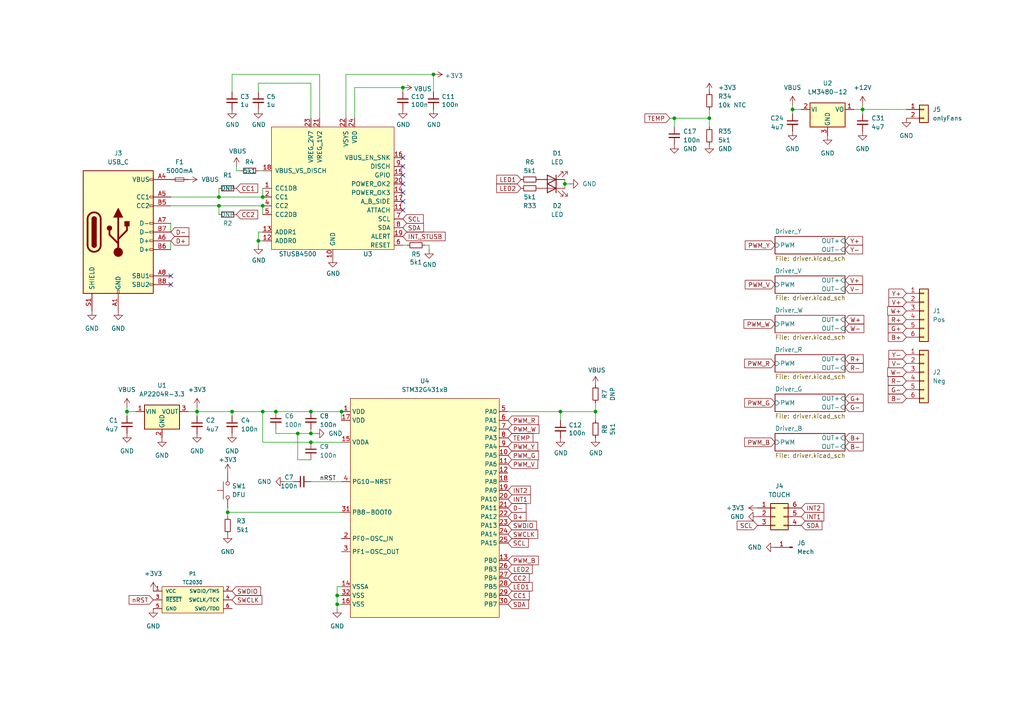
<source format=kicad_sch>
(kicad_sch (version 20230121) (generator eeschema)
  (paper "A4")
  (lib_symbols
    (symbol "Connector:Conn_01x01_Pin" (pin_names (offset 1.016) hide)
      (property "Reference" "J" (at 0 2.54 0))
      (property "Value" "Conn_01x01_Pin" (at 0 -2.54 0))
      (symbol "Conn_01x01_Pin_1_1"
        (polyline (pts (xy 1.27 0) (xy 0.8636 0)) (stroke (width 0.1524)))
        (rectangle (start 0.8636 0.127) (end 0 -0.127) (stroke (width 0.1524)) (fill (type outline)))
        (pin passive line (at 5.08 0 180) (length 3.81) (name "Pin_1") (number "1"))
      )
    )
    (symbol "Connector:USB_C_Receptacle_USB2.0" (pin_names (offset 1.016))
      (property "Reference" "J" (at -10.16 19.05 0))
      (property "Value" "USB_C_Receptacle_USB2.0" (at 19.05 19.05 0))
      (symbol "USB_C_Receptacle_USB2.0_0_0"
        (rectangle (start -0.254 -17.78) (end 0.254 -16.764))
        (rectangle (start 10.16 -14.986) (end 9.144 -15.494))
        (rectangle (start 10.16 -12.446) (end 9.144 -12.954))
        (rectangle (start 10.16 -4.826) (end 9.144 -5.334))
        (rectangle (start 10.16 -2.286) (end 9.144 -2.794))
        (rectangle (start 10.16 0.254) (end 9.144 -0.254))
        (rectangle (start 10.16 2.794) (end 9.144 2.286))
        (rectangle (start 10.16 7.874) (end 9.144 7.366))
        (rectangle (start 10.16 10.414) (end 9.144 9.906))
        (rectangle (start 10.16 15.494) (end 9.144 14.986))
      )
      (symbol "USB_C_Receptacle_USB2.0_0_1"
        (rectangle (start -10.16 17.78) (end 10.16 -17.78) (stroke (width 0.254)) (fill (type background)))
        (arc (start -8.89 -3.81) (mid -6.985 -5.7067) (end -5.08 -3.81) (stroke (width 0.508)))
        (arc (start -7.62 -3.81) (mid -6.985 -4.4423) (end -6.35 -3.81) (stroke (width 0.254)))
        (arc (start -7.62 -3.81) (mid -6.985 -4.4423) (end -6.35 -3.81) (stroke (width 0.254)) (fill (type outline)))
        (rectangle (start -7.62 -3.81) (end -6.35 3.81) (stroke (width 0.254)) (fill (type outline)))
        (arc (start -6.35 3.81) (mid -6.985 4.4423) (end -7.62 3.81) (stroke (width 0.254)))
        (arc (start -6.35 3.81) (mid -6.985 4.4423) (end -7.62 3.81) (stroke (width 0.254)) (fill (type outline)))
        (arc (start -5.08 3.81) (mid -6.985 5.7067) (end -8.89 3.81) (stroke (width 0.508)))
        (circle (center -2.54 1.143) (radius 0.635) (stroke (width 0.254)) (fill (type outline)))
        (circle (center 0 -5.842) (radius 1.27) (fill (type outline)))
        (polyline (pts (xy -8.89 -3.81) (xy -8.89 3.81)) (stroke (width 0.508)))
        (polyline (pts (xy -5.08 3.81) (xy -5.08 -3.81)) (stroke (width 0.508)))
        (polyline (pts (xy 0 -5.842) (xy 0 4.318)) (stroke (width 0.508)))
        (polyline (pts (xy 0 -3.302) (xy -2.54 -0.762) (xy -2.54 0.508)) (stroke (width 0.508)))
        (polyline (pts (xy 0 -2.032) (xy 2.54 0.508) (xy 2.54 1.778)) (stroke (width 0.508)))
        (polyline (pts (xy -1.27 4.318) (xy 0 6.858) (xy 1.27 4.318) (xy -1.27 4.318)) (stroke (width 0.254)) (fill (type outline)))
        (rectangle (start 1.905 1.778) (end 3.175 3.048) (stroke (width 0.254)) (fill (type outline)))
      )
      (symbol "USB_C_Receptacle_USB2.0_1_1"
        (pin passive line (at 0 -22.86 90) (length 5.08) (name "GND") (number "A1"))
        (pin passive line (at 0 -22.86 90) (length 5.08) hide (name "GND") (number "A12"))
        (pin passive line (at 15.24 15.24 180) (length 5.08) (name "VBUS") (number "A4"))
        (pin bidirectional line (at 15.24 10.16 180) (length 5.08) (name "CC1") (number "A5"))
        (pin bidirectional line (at 15.24 -2.54 180) (length 5.08) (name "D+") (number "A6"))
        (pin bidirectional line (at 15.24 2.54 180) (length 5.08) (name "D-") (number "A7"))
        (pin bidirectional line (at 15.24 -12.7 180) (length 5.08) (name "SBU1") (number "A8"))
        (pin passive line (at 15.24 15.24 180) (length 5.08) hide (name "VBUS") (number "A9"))
        (pin passive line (at 0 -22.86 90) (length 5.08) hide (name "GND") (number "B1"))
        (pin passive line (at 0 -22.86 90) (length 5.08) hide (name "GND") (number "B12"))
        (pin passive line (at 15.24 15.24 180) (length 5.08) hide (name "VBUS") (number "B4"))
        (pin bidirectional line (at 15.24 7.62 180) (length 5.08) (name "CC2") (number "B5"))
        (pin bidirectional line (at 15.24 -5.08 180) (length 5.08) (name "D+") (number "B6"))
        (pin bidirectional line (at 15.24 0 180) (length 5.08) (name "D-") (number "B7"))
        (pin bidirectional line (at 15.24 -15.24 180) (length 5.08) (name "SBU2") (number "B8"))
        (pin passive line (at 15.24 15.24 180) (length 5.08) hide (name "VBUS") (number "B9"))
        (pin passive line (at -7.62 -22.86 90) (length 5.08) (name "SHIELD") (number "S1"))
      )
    )
    (symbol "Connector_Generic:Conn_01x02" (pin_names (offset 1.016) hide)
      (property "Reference" "J" (at 0 2.54 0))
      (property "Value" "Conn_01x02" (at 0 -5.08 0))
      (symbol "Conn_01x02_1_1"
        (rectangle (start -1.27 -2.413) (end 0 -2.667) (stroke (width 0.1524)))
        (rectangle (start -1.27 0.127) (end 0 -0.127) (stroke (width 0.1524)))
        (rectangle (start -1.27 1.27) (end 1.27 -3.81) (stroke (width 0.254)) (fill (type background)))
        (pin passive line (at -5.08 0 0) (length 3.81) (name "Pin_1") (number "1"))
        (pin passive line (at -5.08 -2.54 0) (length 3.81) (name "Pin_2") (number "2"))
      )
    )
    (symbol "Connector_Generic:Conn_01x06" (pin_names (offset 1.016) hide)
      (property "Reference" "J" (at 0 7.62 0))
      (property "Value" "Conn_01x06" (at 0 -10.16 0))
      (symbol "Conn_01x06_1_1"
        (rectangle (start -1.27 -7.493) (end 0 -7.747) (stroke (width 0.1524)))
        (rectangle (start -1.27 -4.953) (end 0 -5.207) (stroke (width 0.1524)))
        (rectangle (start -1.27 -2.413) (end 0 -2.667) (stroke (width 0.1524)))
        (rectangle (start -1.27 0.127) (end 0 -0.127) (stroke (width 0.1524)))
        (rectangle (start -1.27 2.667) (end 0 2.413) (stroke (width 0.1524)))
        (rectangle (start -1.27 5.207) (end 0 4.953) (stroke (width 0.1524)))
        (rectangle (start -1.27 6.35) (end 1.27 -8.89) (stroke (width 0.254)) (fill (type background)))
        (pin passive line (at -5.08 5.08 0) (length 3.81) (name "Pin_1") (number "1"))
        (pin passive line (at -5.08 2.54 0) (length 3.81) (name "Pin_2") (number "2"))
        (pin passive line (at -5.08 0 0) (length 3.81) (name "Pin_3") (number "3"))
        (pin passive line (at -5.08 -2.54 0) (length 3.81) (name "Pin_4") (number "4"))
        (pin passive line (at -5.08 -5.08 0) (length 3.81) (name "Pin_5") (number "5"))
        (pin passive line (at -5.08 -7.62 0) (length 3.81) (name "Pin_6") (number "6"))
      )
    )
    (symbol "Connector_Generic:Conn_02x03_Counter_Clockwise" (pin_names (offset 1.016) hide)
      (property "Reference" "J" (at 1.27 5.08 0))
      (property "Value" "Conn_02x03_Counter_Clockwise" (at 1.27 -5.08 0))
      (symbol "Conn_02x03_Counter_Clockwise_1_1"
        (rectangle (start -1.27 -2.413) (end 0 -2.667) (stroke (width 0.1524)))
        (rectangle (start -1.27 0.127) (end 0 -0.127) (stroke (width 0.1524)))
        (rectangle (start -1.27 2.667) (end 0 2.413) (stroke (width 0.1524)))
        (rectangle (start -1.27 3.81) (end 3.81 -3.81) (stroke (width 0.254)) (fill (type background)))
        (rectangle (start 3.81 -2.413) (end 2.54 -2.667) (stroke (width 0.1524)))
        (rectangle (start 3.81 0.127) (end 2.54 -0.127) (stroke (width 0.1524)))
        (rectangle (start 3.81 2.667) (end 2.54 2.413) (stroke (width 0.1524)))
        (pin passive line (at -5.08 2.54 0) (length 3.81) (name "Pin_1") (number "1"))
        (pin passive line (at -5.08 0 0) (length 3.81) (name "Pin_2") (number "2"))
        (pin passive line (at -5.08 -2.54 0) (length 3.81) (name "Pin_3") (number "3"))
        (pin passive line (at 7.62 -2.54 180) (length 3.81) (name "Pin_4") (number "4"))
        (pin passive line (at 7.62 0 180) (length 3.81) (name "Pin_5") (number "5"))
        (pin passive line (at 7.62 2.54 180) (length 3.81) (name "Pin_6") (number "6"))
      )
    )
    (symbol "Device:C_Small" (pin_numbers hide) (pin_names (offset 0.254) hide)
      (property "Reference" "C" (at 0.254 1.778 0))
      (property "Value" "C_Small" (at 0.254 -2.032 0))
      (symbol "C_Small_0_1"
        (polyline (pts (xy -1.524 -0.508) (xy 1.524 -0.508)) (stroke (width 0.3302)))
        (polyline (pts (xy -1.524 0.508) (xy 1.524 0.508)) (stroke (width 0.3048)))
      )
      (symbol "C_Small_1_1"
        (pin passive line (at 0 2.54 270) (length 2.032) (name "~") (number "1"))
        (pin passive line (at 0 -2.54 90) (length 2.032) (name "~") (number "2"))
      )
    )
    (symbol "Device:Fuse_Small" (pin_numbers hide) (pin_names (offset 0.254) hide)
      (property "Reference" "F" (at 0 -1.524 0))
      (property "Value" "Fuse_Small" (at 0 1.524 0))
      (symbol "Fuse_Small_0_1"
        (rectangle (start -1.27 0.508) (end 1.27 -0.508))
        (polyline (pts (xy -1.27 0) (xy 1.27 0)))
      )
      (symbol "Fuse_Small_1_1"
        (pin passive line (at -2.54 0 0) (length 1.27) (name "~") (number "1"))
        (pin passive line (at 2.54 0 180) (length 1.27) (name "~") (number "2"))
      )
    )
    (symbol "Device:LED" (pin_numbers hide) (pin_names (offset 1.016) hide)
      (property "Reference" "D" (at 0 2.54 0))
      (property "Value" "LED" (at 0 -2.54 0))
      (symbol "LED_0_1"
        (polyline (pts (xy -1.27 -1.27) (xy -1.27 1.27)) (stroke (width 0.254)))
        (polyline (pts (xy -1.27 0) (xy 1.27 0)))
        (polyline (pts (xy 1.27 -1.27) (xy 1.27 1.27) (xy -1.27 0) (xy 1.27 -1.27)) (stroke (width 0.254)))
        (polyline (pts (xy -3.048 -0.762) (xy -4.572 -2.286) (xy -3.81 -2.286) (xy -4.572 -2.286) (xy -4.572 -1.524)))
        (polyline (pts (xy -1.778 -0.762) (xy -3.302 -2.286) (xy -2.54 -2.286) (xy -3.302 -2.286) (xy -3.302 -1.524)))
      )
      (symbol "LED_1_1"
        (pin passive line (at -3.81 0 0) (length 2.54) (name "K") (number "1"))
        (pin passive line (at 3.81 0 180) (length 2.54) (name "A") (number "2"))
      )
    )
    (symbol "Device:R_Small" (pin_numbers hide) (pin_names (offset 0.254) hide)
      (property "Reference" "R" (at 0.762 0.508 0))
      (property "Value" "R_Small" (at 0.762 -1.016 0))
      (symbol "R_Small_0_1"
        (rectangle (start -0.762 1.778) (end 0.762 -1.778) (stroke (width 0.2032)))
      )
      (symbol "R_Small_1_1"
        (pin passive line (at 0 2.54 270) (length 0.762) (name "~") (number "1"))
        (pin passive line (at 0 -2.54 90) (length 0.762) (name "~") (number "2"))
      )
    )
    (symbol "Regulator_Linear:AP2204R-3.3" (pin_names (offset 0.254))
      (property "Reference" "U" (at -5.08 3.175 0))
      (property "Value" "AP2204R-3.3" (at 0 3.175 0))
      (symbol "AP2204R-3.3_0_1"
        (rectangle (start -5.08 1.905) (end 5.08 -5.08) (stroke (width 0.254)) (fill (type background)))
      )
      (symbol "AP2204R-3.3_1_1"
        (pin power_in line (at -7.62 0 0) (length 2.54) (name "VIN") (number "1"))
        (pin power_in line (at 0 -7.62 90) (length 2.54) (name "GND") (number "2"))
        (pin power_out line (at 7.62 0 180) (length 2.54) (name "VOUT") (number "3"))
      )
    )
    (symbol "Regulator_Linear:LM3480-12" (pin_names (offset 0.254))
      (property "Reference" "U" (at -3.81 3.175 0))
      (property "Value" "LM3480-12" (at 0 3.175 0))
      (symbol "LM3480-12_0_1"
        (rectangle (start -5.08 1.905) (end 5.08 -5.08) (stroke (width 0.254)) (fill (type background)))
      )
      (symbol "LM3480-12_1_1"
        (pin power_out line (at 7.62 0 180) (length 2.54) (name "VO") (number "1"))
        (pin power_in line (at -7.62 0 0) (length 2.54) (name "VI") (number "2"))
        (pin power_in line (at 0 -7.62 90) (length 2.54) (name "GND") (number "3"))
      )
    )
    (symbol "Switch:SW_Push" (pin_numbers hide) (pin_names (offset 1.016) hide)
      (property "Reference" "SW" (at 1.27 2.54 0))
      (property "Value" "SW_Push" (at 0 -1.524 0))
      (symbol "SW_Push_0_1"
        (circle (center -2.032 0) (radius 0.508))
        (polyline (pts (xy 0 1.27) (xy 0 3.048)))
        (polyline (pts (xy 2.54 1.27) (xy -2.54 1.27)))
        (circle (center 2.032 0) (radius 0.508))
        (pin passive line (at -5.08 0 0) (length 2.54) (name "1") (number "1"))
        (pin passive line (at 5.08 0 180) (length 2.54) (name "2") (number "2"))
      )
    )
    (symbol "otter:+3.3V" (power) (pin_names (offset 0))
      (property "Value" "+3.3V" (at 0 3.556 0))
      (symbol "+3.3V_0_1"
        (polyline (pts (xy -0.762 1.27) (xy 0 2.54)))
        (polyline (pts (xy 0 0) (xy 0 2.54)))
        (polyline (pts (xy 0 2.54) (xy 0.762 1.27)))
      )
      (symbol "+3.3V_1_1"
        (pin power_in line (at 0 0 90) (length 0) hide (name "+3V3") (number "1"))
      )
    )
    (symbol "otter:GND" (power) (pin_names (offset 0))
      (property "Value" "GND" (at 0 -3.81 0))
      (symbol "GND_0_1"
        (polyline (pts (xy 0 0) (xy 0 -1.27) (xy 1.27 -1.27) (xy 0 -2.54) (xy -1.27 -1.27) (xy 0 -1.27)))
      )
      (symbol "GND_1_1"
        (pin power_in line (at 0 0 270) (length 0) hide (name "GND") (number "1"))
      )
    )
    (symbol "otter:STM32G431xB"
      (property "Reference" "U" (at 0 34.29 0))
      (property "Value" "STM32G431xB" (at 0 31.75 0))
      (symbol "STM32G431xB_0_1"
        (rectangle (start -22.86 30.48) (end 20.32 -33.02) (fill (type background)))
      )
      (symbol "STM32G431xB_1_1"
        (pin input line (at -25.4 26.67 0) (length 2.54) (name "VDD") (number "1"))
        (pin input line (at 22.86 13.97 180) (length 2.54) (name "PA5") (number "10"))
        (pin input line (at 22.86 11.43 180) (length 2.54) (name "PA6") (number "11"))
        (pin input line (at 22.86 8.89 180) (length 2.54) (name "PA7") (number "12"))
        (pin input line (at 22.86 -16.51 180) (length 2.54) (name "PB0") (number "13"))
        (pin input line (at -25.4 -24.13 0) (length 2.54) (name "VSSA") (number "14"))
        (pin input line (at -25.4 17.78 0) (length 2.54) (name "VDDA") (number "15"))
        (pin input line (at -25.4 -29.21 0) (length 2.54) (name "VSS") (number "16"))
        (pin input line (at -25.4 24.13 0) (length 2.54) (name "VDD") (number "17"))
        (pin input line (at 22.86 6.35 180) (length 2.54) (name "PA8") (number "18"))
        (pin input line (at 22.86 3.81 180) (length 2.54) (name "PA9") (number "19"))
        (pin input line (at -25.4 -10.16 0) (length 2.54) (name "PF0-OSC_IN") (number "2"))
        (pin input line (at 22.86 1.27 180) (length 2.54) (name "PA10") (number "20"))
        (pin input line (at 22.86 -1.27 180) (length 2.54) (name "PA11") (number "21"))
        (pin input line (at 22.86 -3.81 180) (length 2.54) (name "PA12") (number "22"))
        (pin input line (at 22.86 -6.35 180) (length 2.54) (name "PA13") (number "23"))
        (pin input line (at 22.86 -8.89 180) (length 2.54) (name "PA14") (number "24"))
        (pin input line (at 22.86 -11.43 180) (length 2.54) (name "PA15") (number "25"))
        (pin input line (at 22.86 -19.05 180) (length 2.54) (name "PB3") (number "26"))
        (pin input line (at 22.86 -21.59 180) (length 2.54) (name "PB4") (number "27"))
        (pin input line (at 22.86 -24.13 180) (length 2.54) (name "PB5") (number "28"))
        (pin input line (at 22.86 -26.67 180) (length 2.54) (name "PB6") (number "29"))
        (pin input line (at -25.4 -13.97 0) (length 2.54) (name "PF1-OSC_OUT") (number "3"))
        (pin input line (at 22.86 -29.21 180) (length 2.54) (name "PB7") (number "30"))
        (pin input line (at -25.4 -2.54 0) (length 2.54) (name "PB8-BOOT0") (number "31"))
        (pin input line (at -25.4 -26.67 0) (length 2.54) (name "VSS") (number "32"))
        (pin input line (at -25.4 6.35 0) (length 2.54) (name "PG10-NRST") (number "4"))
        (pin input line (at 22.86 26.67 180) (length 2.54) (name "PA0") (number "5"))
        (pin input line (at 22.86 24.13 180) (length 2.54) (name "PA1") (number "6"))
        (pin input line (at 22.86 21.59 180) (length 2.54) (name "PA2") (number "7"))
        (pin input line (at 22.86 19.05 180) (length 2.54) (name "PA3") (number "8"))
        (pin input line (at 22.86 16.51 180) (length 2.54) (name "PA4") (number "9"))
      )
    )
    (symbol "otter:STUSB4500" (pin_names (offset 1.016))
      (property "Reference" "U" (at 12.7 25.4 0))
      (property "Value" "STUSB4500" (at 12.7 22.86 0))
      (symbol "STUSB4500_0_1"
        (rectangle (start -17.78 21.59) (end 17.78 -13.97) (fill (type background)))
      )
      (symbol "STUSB4500_1_1"
        (pin input line (at -20.32 3.81 0) (length 2.54) (name "CC1DB") (number "1"))
        (pin input line (at 0 -16.51 90) (length 2.54) (name "GND") (number "10"))
        (pin input line (at 20.32 -2.54 180) (length 2.54) (name "ATTACH") (number "11"))
        (pin input line (at -20.32 -11.43 0) (length 2.54) (name "ADDR0") (number "12"))
        (pin input line (at -20.32 -8.89 0) (length 2.54) (name "ADDR1") (number "13"))
        (pin input line (at 20.32 2.54 180) (length 2.54) (name "POWER_OK3") (number "14"))
        (pin input line (at 20.32 7.62 180) (length 2.54) (name "GPIO") (number "15"))
        (pin input line (at 20.32 12.7 180) (length 2.54) (name "VBUS_EN_SNK") (number "16"))
        (pin input line (at 20.32 0 180) (length 2.54) (name "A_B_SIDE") (number "17"))
        (pin input line (at -20.32 8.89 0) (length 2.54) (name "VBUS_VS_DISCH") (number "18"))
        (pin input line (at 20.32 -10.16 180) (length 2.54) (name "ALERT") (number "19"))
        (pin input line (at -20.32 1.27 0) (length 2.54) (name "CC1") (number "2"))
        (pin input line (at 20.32 5.08 180) (length 2.54) (name "POWER_OK2") (number "20"))
        (pin input line (at -3.81 24.13 270) (length 2.54) (name "VREG_1V2") (number "21"))
        (pin input line (at 3.81 24.13 270) (length 2.54) (name "VSYS") (number "22"))
        (pin input line (at -6.35 24.13 270) (length 2.54) (name "VREG_2V7") (number "23"))
        (pin input line (at 6.35 24.13 270) (length 2.54) (name "VDD") (number "24"))
        (pin input line (at 0 -16.51 90) (length 2.54) hide (name "GND") (number "25"))
        (pin input line (at 1.27 24.13 270) (length 2.54) hide (name "NC") (number "3"))
        (pin input line (at -20.32 -1.27 0) (length 2.54) (name "CC2") (number "4"))
        (pin input line (at -20.32 -3.81 0) (length 2.54) (name "CC2DB") (number "5"))
        (pin input line (at 20.32 -12.7 180) (length 2.54) (name "RESET") (number "6"))
        (pin input line (at 20.32 -5.08 180) (length 2.54) (name "SCL") (number "7"))
        (pin input line (at 20.32 -7.62 180) (length 2.54) (name "SDA") (number "8"))
        (pin input line (at 20.32 10.16 180) (length 2.54) (name "DISCH") (number "9"))
      )
    )
    (symbol "otter:TC2030-CTX-Tag-Connect" (pin_names (offset 1.016))
      (property "Reference" "P" (at -1.27 -5.08 0))
      (property "Value" "TC2030-CTX-Tag-Connect" (at 0 5.08 0))
      (symbol "TC2030-CTX-Tag-Connect_0_1"
        (rectangle (start 8.89 3.81) (end -8.89 -3.81) (fill (type background)))
      )
      (symbol "TC2030-CTX-Tag-Connect_1_1"
        (pin passive line (at -11.43 2.54 0) (length 2.54) (name "VCC") (number "1"))
        (pin passive line (at 11.43 2.54 180) (length 2.54) (name "SWDIO/TMS") (number "2"))
        (pin passive line (at -11.43 0 0) (length 2.54) (name "~{RESET}") (number "3"))
        (pin passive line (at 11.43 0 180) (length 2.54) (name "SWCLK/TCK") (number "4"))
        (pin passive line (at -11.43 -2.54 0) (length 2.54) (name "GND") (number "5"))
        (pin passive line (at 11.43 -2.54 180) (length 2.54) (name "SWO/TDO") (number "6"))
      )
    )
    (symbol "power:+12V" (power) (pin_names (offset 0))
      (property "Value" "+12V" (at 0 3.556 0))
      (symbol "+12V_0_1"
        (polyline (pts (xy -0.762 1.27) (xy 0 2.54)))
        (polyline (pts (xy 0 0) (xy 0 2.54)))
        (polyline (pts (xy 0 2.54) (xy 0.762 1.27)))
      )
      (symbol "+12V_1_1"
        (pin power_in line (at 0 0 90) (length 0) hide (name "+12V") (number "1"))
      )
    )
    (symbol "power:+3V3" (power) (pin_names (offset 0))
      (property "Value" "+3V3" (at 0 3.556 0))
      (symbol "+3V3_0_1"
        (polyline (pts (xy -0.762 1.27) (xy 0 2.54)))
        (polyline (pts (xy 0 0) (xy 0 2.54)))
        (polyline (pts (xy 0 2.54) (xy 0.762 1.27)))
      )
      (symbol "+3V3_1_1"
        (pin power_in line (at 0 0 90) (length 0) hide (name "+3V3") (number "1"))
      )
    )
    (symbol "power:VBUS" (power) (pin_names (offset 0))
      (property "Value" "VBUS" (at 0 3.81 0))
      (symbol "VBUS_0_1"
        (polyline (pts (xy -0.762 1.27) (xy 0 2.54)))
        (polyline (pts (xy 0 0) (xy 0 2.54)))
        (polyline (pts (xy 0 2.54) (xy 0.762 1.27)))
      )
      (symbol "VBUS_1_1"
        (pin power_in line (at 0 0 90) (length 0) hide (name "VBUS") (number "1"))
      )
    )
  )
  (junction (at 90.17 119.38))
  (junction (at 36.83 119.38))
  (junction (at 90.17 128.27))
  (junction (at 97.79 172.72))
  (junction (at 86.36 125.73))
  (junction (at 63.5 57.15))
  (junction (at 116.84 25.4))
  (junction (at 172.72 119.38))
  (junction (at 67.31 119.38))
  (junction (at 97.79 175.26))
  (junction (at 125.73 21.59))
  (junction (at 162.56 119.38))
  (junction (at 163.83 53.34))
  (junction (at 76.2 57.15))
  (junction (at 99.06 119.38))
  (junction (at 74.93 69.85))
  (junction (at 229.87 31.75))
  (junction (at 76.2 59.69))
  (junction (at 57.15 119.38))
  (junction (at 63.5 59.69))
  (junction (at 76.2 119.38))
  (junction (at 205.74 34.29))
  (junction (at 66.04 148.59))
  (junction (at 90.17 125.73))
  (junction (at 195.58 34.29))
  (junction (at 250.19 31.75))
  (junction (at 80.01 119.38))
  (no_connect (at 49.53 82.55))
  (no_connect (at 116.84 48.26))
  (no_connect (at 116.84 55.88))
  (no_connect (at 116.84 50.8))
  (no_connect (at 49.53 80.01))
  (no_connect (at 116.84 60.96))
  (no_connect (at 116.84 58.42))
  (no_connect (at 116.84 53.34))
  (no_connect (at 116.84 45.72))
  (wire (pts (xy 74.93 67.31) (xy 74.93 69.85)))
  (wire (pts (xy 97.79 175.26) (xy 97.79 172.72)))
  (wire (pts (xy 36.83 118.11) (xy 36.83 119.38)))
  (wire (pts (xy 76.2 67.31) (xy 74.93 67.31)))
  (wire (pts (xy 49.53 64.77) (xy 49.53 67.31)))
  (wire (pts (xy 74.93 49.53) (xy 76.2 49.53)))
  (wire (pts (xy 91.44 125.73) (xy 90.17 125.73)))
  (wire (pts (xy 57.15 119.38) (xy 67.31 119.38)))
  (wire (pts (xy 76.2 69.85) (xy 74.93 69.85)))
  (wire (pts (xy 76.2 62.23) (xy 76.2 59.69)))
  (wire (pts (xy 102.87 25.4) (xy 116.84 25.4)))
  (wire (pts (xy 66.04 148.59) (xy 66.04 147.32)))
  (wire (pts (xy 57.15 118.11) (xy 57.15 119.38)))
  (wire (pts (xy 124.46 71.12) (xy 123.19 71.12)))
  (wire (pts (xy 49.53 57.15) (xy 63.5 57.15)))
  (wire (pts (xy 163.83 53.34) (xy 163.83 54.61)))
  (wire (pts (xy 162.56 121.92) (xy 162.56 119.38)))
  (wire (pts (xy 125.73 21.59) (xy 125.73 26.67)))
  (wire (pts (xy 90.17 119.38) (xy 80.01 119.38)))
  (wire (pts (xy 172.72 119.38) (xy 172.72 116.84)))
  (wire (pts (xy 76.2 59.69) (xy 63.5 59.69)))
  (wire (pts (xy 90.17 139.7) (xy 99.06 139.7)))
  (wire (pts (xy 68.58 49.53) (xy 68.58 48.26)))
  (wire (pts (xy 205.74 34.29) (xy 205.74 36.83)))
  (wire (pts (xy 54.61 119.38) (xy 57.15 119.38)))
  (wire (pts (xy 90.17 34.29) (xy 90.17 24.13)))
  (wire (pts (xy 76.2 119.38) (xy 76.2 128.27)))
  (wire (pts (xy 99.06 121.92) (xy 99.06 119.38)))
  (wire (pts (xy 67.31 119.38) (xy 76.2 119.38)))
  (wire (pts (xy 90.17 24.13) (xy 74.93 24.13)))
  (wire (pts (xy 86.36 133.35) (xy 86.36 125.73)))
  (wire (pts (xy 97.79 170.18) (xy 99.06 170.18)))
  (wire (pts (xy 99.06 175.26) (xy 97.79 175.26)))
  (wire (pts (xy 74.93 71.12) (xy 74.93 69.85)))
  (wire (pts (xy 195.58 36.83) (xy 195.58 34.29)))
  (wire (pts (xy 247.65 31.75) (xy 250.19 31.75)))
  (wire (pts (xy 86.36 125.73) (xy 90.17 125.73)))
  (wire (pts (xy 163.83 52.07) (xy 163.83 53.34)))
  (wire (pts (xy 76.2 128.27) (xy 90.17 128.27)))
  (wire (pts (xy 90.17 125.73) (xy 90.17 124.46)))
  (wire (pts (xy 205.74 34.29) (xy 205.74 31.75)))
  (wire (pts (xy 147.32 119.38) (xy 162.56 119.38)))
  (wire (pts (xy 194.31 34.29) (xy 195.58 34.29)))
  (wire (pts (xy 80.01 125.73) (xy 80.01 124.46)))
  (wire (pts (xy 63.5 62.23) (xy 63.5 59.69)))
  (wire (pts (xy 99.06 119.38) (xy 90.17 119.38)))
  (wire (pts (xy 124.46 72.39) (xy 124.46 71.12)))
  (wire (pts (xy 67.31 21.59) (xy 92.71 21.59)))
  (wire (pts (xy 99.06 172.72) (xy 97.79 172.72)))
  (wire (pts (xy 67.31 26.67) (xy 67.31 21.59)))
  (wire (pts (xy 86.36 133.35) (xy 90.17 133.35)))
  (wire (pts (xy 172.72 119.38) (xy 172.72 121.92)))
  (wire (pts (xy 118.11 71.12) (xy 116.84 71.12)))
  (wire (pts (xy 66.04 148.59) (xy 99.06 148.59)))
  (wire (pts (xy 66.04 149.86) (xy 66.04 148.59)))
  (wire (pts (xy 39.37 119.38) (xy 36.83 119.38)))
  (wire (pts (xy 99.06 128.27) (xy 90.17 128.27)))
  (wire (pts (xy 69.85 49.53) (xy 68.58 49.53)))
  (wire (pts (xy 63.5 57.15) (xy 63.5 54.61)))
  (wire (pts (xy 250.19 30.48) (xy 250.19 31.75)))
  (wire (pts (xy 116.84 25.4) (xy 116.84 26.67)))
  (wire (pts (xy 49.53 69.85) (xy 49.53 72.39)))
  (wire (pts (xy 63.5 59.69) (xy 49.53 59.69)))
  (wire (pts (xy 250.19 31.75) (xy 250.19 33.02)))
  (wire (pts (xy 163.83 53.34) (xy 165.1 53.34)))
  (wire (pts (xy 97.79 176.53) (xy 97.79 175.26)))
  (wire (pts (xy 86.36 125.73) (xy 80.01 125.73)))
  (wire (pts (xy 229.87 30.48) (xy 229.87 31.75)))
  (wire (pts (xy 63.5 57.15) (xy 76.2 57.15)))
  (wire (pts (xy 162.56 119.38) (xy 172.72 119.38)))
  (wire (pts (xy 74.93 24.13) (xy 74.93 26.67)))
  (wire (pts (xy 92.71 21.59) (xy 92.71 34.29)))
  (wire (pts (xy 82.55 139.7) (xy 85.09 139.7)))
  (wire (pts (xy 195.58 34.29) (xy 205.74 34.29)))
  (wire (pts (xy 100.33 21.59) (xy 125.73 21.59)))
  (wire (pts (xy 100.33 34.29) (xy 100.33 21.59)))
  (wire (pts (xy 250.19 31.75) (xy 262.89 31.75)))
  (wire (pts (xy 67.31 120.65) (xy 67.31 119.38)))
  (wire (pts (xy 57.15 120.65) (xy 57.15 119.38)))
  (wire (pts (xy 80.01 119.38) (xy 76.2 119.38)))
  (wire (pts (xy 76.2 54.61) (xy 76.2 57.15)))
  (wire (pts (xy 97.79 172.72) (xy 97.79 170.18)))
  (wire (pts (xy 36.83 119.38) (xy 36.83 120.65)))
  (wire (pts (xy 102.87 25.4) (xy 102.87 34.29)))
  (wire (pts (xy 232.41 31.75) (xy 229.87 31.75)))
  (wire (pts (xy 229.87 31.75) (xy 229.87 33.02)))
  (text "Rsens = Vref/Iled\nVref = 200mV\nIled = 1A\nRsens = 200mV/1A = 200mOhm" (at 330.2 88.9 0) (effects (font (size 1.27 1.27)) (justify left bottom)))
  (text "LUXEON C LED - rgbyw\nDeep Red: 6V-9.2V (2.05V) 700mA\nAmber: 7V-10V (2.05V) 1050mA\nGreen: 10V-14V (3.05V) 1050mA\nRoyal Blue: 10V-14V (2.75V) 1050mA\nViolet or Far Red?:\nWhite: 10V-14V (2.83V) 1225mA\n" (at 444.5 77.47 0) (effects (font (size 1.27 1.27)) (justify left bottom)))
  (text "LUXEON C LED - growlight\nFar Red: x4\nRoyal Blue: x4\nWhite: x12\n" (at 406.4 110.49 0) (effects (font (size 1.27 1.27)) (justify left bottom)))
  (text "LUXEON C LED - rgbyw\nDeep Red: x4\nAmber: x4\nGreen: x4\nRoyal Blue: x4\nFar Red?: x4\nWhite: x4\n" (at 444.5 115.57 0) (effects (font (size 1.27 1.27)) (justify left bottom)))
  (text "Rsens = Vref/Iled\nVref = 200mV\nRsens = 200mV/1.05A = 190.5mOhm\nRsens = 200mV/0.7A = 285.7mOhm\nRsens = 200mV/1.225A = 163mOhm" (at 406.4 97.79 0) (effects (font (size 1.27 1.27)) (justify left bottom)))
  (text "LUXEON C LED - full color\nFar Red:  x8\nRed Orange: x8\nMint: x8\nGreen: x8\nCyan: x8 out of stock\nPC Blue: x8\nViolet: x8\n" (at 368.3 119.38 0) (effects (font (size 1.27 1.27)) (justify left bottom)))
  (text "LUXEON C LED - growlight\nFar Red: 6V-9.2V    (1.9V) 700mA\nRoyal Blue: 10V-14V (2.75V) 1050mA\nWhite: 10V-14V      (2.75V) 1225mA\n" (at 406.4 72.39 0) (effects (font (size 1.27 1.27)) (justify left bottom)))
  (text "JH-Something LED x2\nY: 8.8V-9.6V   (2.3V) 500mA\nV: 12.8V-14.4V (3.4V) 500mA\nW: 12.8V-14.4V (3.4V) 500mA\nR: 8.8V-9.6V   (2.3V) 500mA\nG: 12.8V-14.4V (3.4V) 500mA\nB: 12.8V-14.4V (3.4V) 500mA\n" (at 330.2 77.47 0) (effects (font (size 1.27 1.27)) (justify left bottom)))
  (text "LUXEON C LED - full color x2\nFar Red: 6V-9.2V   (1.9V) 700mA\nRed Orange: 7V-10V (2.05V) 1050mA\nMint: 10V-14V      (2.75V) 1225mA\nGreen: 10V-14V     (3.05V) 1050mA\nCyan: 10V-14V      (3.05V) 1050mA\nViolet: 10V-14V    (2.83V) 1225mA\n" (at 368.3 77.47 0) (effects (font (size 1.27 1.27)) (justify left bottom)))
  (label "nRST" (at 92.71 139.7 0))
  (global_label "INT1" (shape input) (at 147.32 144.78 0) (property "Intersheetrefs" "${INTERSHEET_REFS}" (effects hide)))
  (global_label "G-" (shape input) (at 245.11 118.11 0) (property "Intersheetrefs" "${INTERSHEET_REFS}" (effects hide)))
  (global_label "W-" (shape input) (at 262.89 107.95 180) (property "Intersheetrefs" "${INTERSHEET_REFS}" (effects hide)))
  (global_label "Y+" (shape input) (at 245.11 69.85 0) (property "Intersheetrefs" "${INTERSHEET_REFS}" (effects hide)))
  (global_label "CC2" (shape input) (at 68.58 62.23 0) (property "Intersheetrefs" "${INTERSHEET_REFS}" (effects hide)))
  (global_label "D+" (shape input) (at 49.53 69.85 0) (property "Intersheetrefs" "${INTERSHEET_REFS}" (effects hide)))
  (global_label "SCL" (shape input) (at 116.84 63.5 0) (property "Intersheetrefs" "${INTERSHEET_REFS}" (effects hide)))
  (global_label "D-" (shape input) (at 49.53 67.31 0) (property "Intersheetrefs" "${INTERSHEET_REFS}" (effects hide)))
  (global_label "V+" (shape input) (at 245.11 81.28 0) (property "Intersheetrefs" "${INTERSHEET_REFS}" (effects hide)))
  (global_label "G-" (shape input) (at 262.89 113.03 180) (property "Intersheetrefs" "${INTERSHEET_REFS}" (effects hide)))
  (global_label "SDA" (shape input) (at 232.41 152.4 0) (property "Intersheetrefs" "${INTERSHEET_REFS}" (effects hide)))
  (global_label "PWM_V" (shape input) (at 224.79 82.55 180) (property "Intersheetrefs" "${INTERSHEET_REFS}" (effects hide)))
  (global_label "LED2" (shape input) (at 151.13 54.61 180) (property "Intersheetrefs" "${INTERSHEET_REFS}" (effects hide)))
  (global_label "INT_STUSB" (shape input) (at 116.84 68.58 0) (property "Intersheetrefs" "${INTERSHEET_REFS}" (effects hide)))
  (global_label "Y+" (shape input) (at 262.89 85.09 180) (property "Intersheetrefs" "${INTERSHEET_REFS}" (effects hide)))
  (global_label "Y-" (shape input) (at 262.89 102.87 180) (property "Intersheetrefs" "${INTERSHEET_REFS}" (effects hide)))
  (global_label "SDA" (shape input) (at 116.84 66.04 0) (property "Intersheetrefs" "${INTERSHEET_REFS}" (effects hide)))
  (global_label "PWM_B" (shape input) (at 224.79 128.27 180) (property "Intersheetrefs" "${INTERSHEET_REFS}" (effects hide)))
  (global_label "G+" (shape input) (at 262.89 95.25 180) (property "Intersheetrefs" "${INTERSHEET_REFS}" (effects hide)))
  (global_label "TEMP" (shape input) (at 147.32 127 0) (property "Intersheetrefs" "${INTERSHEET_REFS}" (effects hide)))
  (global_label "PWM_Y" (shape input) (at 147.32 129.54 0) (property "Intersheetrefs" "${INTERSHEET_REFS}" (effects hide)))
  (global_label "TEMP" (shape input) (at 194.31 34.29 180) (property "Intersheetrefs" "${INTERSHEET_REFS}" (effects hide)))
  (global_label "W-" (shape input) (at 245.11 95.25 0) (property "Intersheetrefs" "${INTERSHEET_REFS}" (effects hide)))
  (global_label "PWM_R" (shape input) (at 224.79 105.41 180) (property "Intersheetrefs" "${INTERSHEET_REFS}" (effects hide)))
  (global_label "R+" (shape input) (at 262.89 92.71 180) (property "Intersheetrefs" "${INTERSHEET_REFS}" (effects hide)))
  (global_label "SWDIO" (shape input) (at 147.32 152.4 0) (property "Intersheetrefs" "${INTERSHEET_REFS}" (effects hide)))
  (global_label "PWM_G" (shape input) (at 224.79 116.84 180) (property "Intersheetrefs" "${INTERSHEET_REFS}" (effects hide)))
  (global_label "CC2" (shape input) (at 147.32 167.64 0) (property "Intersheetrefs" "${INTERSHEET_REFS}" (effects hide)))
  (global_label "INT1" (shape input) (at 232.41 149.86 0) (property "Intersheetrefs" "${INTERSHEET_REFS}" (effects hide)))
  (global_label "R+" (shape input) (at 245.11 104.14 0) (property "Intersheetrefs" "${INTERSHEET_REFS}" (effects hide)))
  (global_label "PWM_Y" (shape input) (at 224.79 71.12 180) (property "Intersheetrefs" "${INTERSHEET_REFS}" (effects hide)))
  (global_label "SWCLK" (shape input) (at 147.32 154.94 0) (property "Intersheetrefs" "${INTERSHEET_REFS}" (effects hide)))
  (global_label "INT2" (shape input) (at 232.41 147.32 0) (property "Intersheetrefs" "${INTERSHEET_REFS}" (effects hide)))
  (global_label "SCL" (shape input) (at 219.71 152.4 180) (property "Intersheetrefs" "${INTERSHEET_REFS}" (effects hide)))
  (global_label "W+" (shape input) (at 245.11 92.71 0) (property "Intersheetrefs" "${INTERSHEET_REFS}" (effects hide)))
  (global_label "SWDIO" (shape input) (at 67.31 171.45 0) (property "Intersheetrefs" "${INTERSHEET_REFS}" (effects hide)))
  (global_label "SWCLK" (shape input) (at 67.31 173.99 0) (property "Intersheetrefs" "${INTERSHEET_REFS}" (effects hide)))
  (global_label "B+" (shape input) (at 262.89 97.79 180) (property "Intersheetrefs" "${INTERSHEET_REFS}" (effects hide)))
  (global_label "CC1" (shape input) (at 68.58 54.61 0) (property "Intersheetrefs" "${INTERSHEET_REFS}" (effects hide)))
  (global_label "D-" (shape input) (at 147.32 147.32 0) (property "Intersheetrefs" "${INTERSHEET_REFS}" (effects hide)))
  (global_label "PWM_G" (shape input) (at 147.32 132.08 0) (property "Intersheetrefs" "${INTERSHEET_REFS}" (effects hide)))
  (global_label "CC1" (shape input) (at 147.32 172.72 0) (property "Intersheetrefs" "${INTERSHEET_REFS}" (effects hide)))
  (global_label "V-" (shape input) (at 245.11 83.82 0) (property "Intersheetrefs" "${INTERSHEET_REFS}" (effects hide)))
  (global_label "V-" (shape input) (at 262.89 105.41 180) (property "Intersheetrefs" "${INTERSHEET_REFS}" (effects hide)))
  (global_label "SCL" (shape input) (at 147.32 157.48 0) (property "Intersheetrefs" "${INTERSHEET_REFS}" (effects hide)))
  (global_label "LED2" (shape input) (at 147.32 165.1 0) (property "Intersheetrefs" "${INTERSHEET_REFS}" (effects hide)))
  (global_label "B-" (shape input) (at 245.11 129.54 0) (property "Intersheetrefs" "${INTERSHEET_REFS}" (effects hide)))
  (global_label "B-" (shape input) (at 262.89 115.57 180) (property "Intersheetrefs" "${INTERSHEET_REFS}" (effects hide)))
  (global_label "SDA" (shape input) (at 147.32 175.26 0) (property "Intersheetrefs" "${INTERSHEET_REFS}" (effects hide)))
  (global_label "PWM_B" (shape input) (at 147.32 162.56 0) (property "Intersheetrefs" "${INTERSHEET_REFS}" (effects hide)))
  (global_label "LED1" (shape input) (at 151.13 52.07 180) (property "Intersheetrefs" "${INTERSHEET_REFS}" (effects hide)))
  (global_label "INT2" (shape input) (at 147.32 142.24 0) (property "Intersheetrefs" "${INTERSHEET_REFS}" (effects hide)))
  (global_label "G+" (shape input) (at 245.11 115.57 0) (property "Intersheetrefs" "${INTERSHEET_REFS}" (effects hide)))
  (global_label "B+" (shape input) (at 245.11 127 0) (property "Intersheetrefs" "${INTERSHEET_REFS}" (effects hide)))
  (global_label "Y-" (shape input) (at 245.11 72.39 0) (property "Intersheetrefs" "${INTERSHEET_REFS}" (effects hide)))
  (global_label "nRST" (shape input) (at 44.45 173.99 180) (property "Intersheetrefs" "${INTERSHEET_REFS}" (effects hide)))
  (global_label "LED1" (shape input) (at 147.32 170.18 0) (property "Intersheetrefs" "${INTERSHEET_REFS}" (effects hide)))
  (global_label "R-" (shape input) (at 245.11 106.68 0) (property "Intersheetrefs" "${INTERSHEET_REFS}" (effects hide)))
  (global_label "V+" (shape input) (at 262.89 87.63 180) (property "Intersheetrefs" "${INTERSHEET_REFS}" (effects hide)))
  (global_label "PWM_W" (shape input) (at 224.79 93.98 180) (property "Intersheetrefs" "${INTERSHEET_REFS}" (effects hide)))
  (global_label "R-" (shape input) (at 262.89 110.49 180) (property "Intersheetrefs" "${INTERSHEET_REFS}" (effects hide)))
  (global_label "D+" (shape input) (at 147.32 149.86 0) (property "Intersheetrefs" "${INTERSHEET_REFS}" (effects hide)))
  (global_label "PWM_W" (shape input) (at 147.32 124.46 0) (property "Intersheetrefs" "${INTERSHEET_REFS}" (effects hide)))
  (global_label "PWM_R" (shape input) (at 147.32 121.92 0) (property "Intersheetrefs" "${INTERSHEET_REFS}" (effects hide)))
  (global_label "PWM_V" (shape input) (at 147.32 134.62 0) (property "Intersheetrefs" "${INTERSHEET_REFS}" (effects hide)))
  (global_label "W+" (shape input) (at 262.89 90.17 180) (property "Intersheetrefs" "${INTERSHEET_REFS}" (effects hide)))
  (symbol (lib_id "otter:GND") (at 82.55 139.7 270) (unit 1)
    (property "Reference" "#PWR0126" (effects hide))
    (property "Value" "GND" (at 78.74 139.6999 90) (effects (justify right)))
  )
  (symbol (lib_id "Device:C_Small") (at 116.84 29.21 0) (unit 1)
    (property "Reference" "C10" (at 119.1768 28.0416 0) (effects (justify left)))
    (property "Value" "100n" (at 119.1768 30.353 0) (effects (justify left)))
    (property "Footprint" "otter:C_0402" (effects hide))
  )
  (symbol (lib_id "Device:R_Small") (at 66.04 152.4 0) (unit 1)
    (property "Reference" "R3" (at 68.58 151.1299 0) (effects (justify left)))
    (property "Value" "5k1" (at 68.58 153.6699 0) (effects (justify left)))
    (property "Footprint" "otter:R_0402" (effects hide))
  )
  (symbol (lib_id "otter:GND") (at 219.71 149.86 270) (unit 1)
    (property "Reference" "#PWR0130" (effects hide))
    (property "Value" "GND" (at 215.9 149.8599 90) (effects (justify right)))
  )
  (symbol (lib_id "otter:GND") (at 224.79 158.75 270) (unit 1)
    (property "Reference" "#PWR01" (effects hide))
    (property "Value" "GND" (at 220.98 158.75 90) (effects (justify right)))
  )
  (symbol (lib_id "otter:GND") (at 240.03 39.37 0) (unit 1)
    (property "Reference" "#PWR0175" (effects hide))
    (property "Value" "GND" (at 240.03 44.45 0))
  )
  (symbol (lib_id "otter:GND") (at 165.1 53.34 90) (unit 1)
    (property "Reference" "#PWR0127" (effects hide))
    (property "Value" "GND" (at 168.91 53.3399 90) (effects (justify right)))
  )
  (symbol (lib_id "otter:GND") (at 74.93 31.75 0) (unit 1)
    (property "Reference" "#PWR0112" (effects hide))
    (property "Value" "GND" (at 75.057 36.1442 0))
  )
  (symbol (lib_id "Connector:USB_C_Receptacle_USB2.0") (at 34.29 67.31 0) (unit 1)
    (property "Reference" "J3" (at 34.29 44.45 0))
    (property "Value" "USB_C" (at 34.29 46.99 0))
    (property "Footprint" "otter:USB-C 16Pin" (effects hide))
    (property "Datasheet" "https://www.usb.org/sites/default/files/documents/usb_type-c.zip" (effects hide))
  )
  (symbol (lib_id "otter:STUSB4500") (at 96.52 58.42 0) (unit 1)
    (property "Reference" "U3" (at 106.68 73.66 0))
    (property "Value" "STUSB4500" (at 86.36 73.66 0))
    (property "Footprint" "Package_DFN_QFN:QFN-24-1EP_4x4mm_P0.5mm_EP2.7x2.7mm" (effects hide))
  )
  (symbol (lib_id "otter:+3.3V") (at 44.45 171.45 0) (unit 1)
    (property "Reference" "#PWR0109" (effects hide))
    (property "Value" "+3.3V" (at 44.45 166.37 0))
  )
  (symbol (lib_id "otter:+3.3V") (at 205.74 26.67 0) (unit 1)
    (property "Reference" "#PWR0122" (effects hide))
    (property "Value" "+3.3V" (at 208.28 25.3999 0) (effects (justify left)))
  )
  (symbol (lib_id "Device:C_Small") (at 74.93 29.21 0) (unit 1)
    (property "Reference" "C5" (at 77.2668 28.0416 0) (effects (justify left)))
    (property "Value" "1u" (at 77.2668 30.353 0) (effects (justify left)))
    (property "Footprint" "otter:C_0402" (effects hide))
  )
  (symbol (lib_id "Device:C_Small") (at 87.63 139.7 90) (unit 1)
    (property "Reference" "C7" (at 83.82 138.43 90))
    (property "Value" "100n" (at 83.82 140.97 90))
    (property "Footprint" "otter:C_0402" (effects hide))
  )
  (symbol (lib_id "otter:GND") (at 97.79 176.53 0) (unit 1)
    (property "Reference" "#PWR0128" (effects hide))
    (property "Value" "GND" (at 97.79 181.61 0))
  )
  (symbol (lib_id "otter:STM32G431xB") (at 124.46 146.05 0) (unit 1)
    (property "Reference" "U4" (at 123.19 110.49 0))
    (property "Value" "STM32G431xB" (at 123.19 113.03 0))
    (property "Footprint" "Package_QFP:LQFP-32_7x7mm_P0.8mm" (effects hide))
  )
  (symbol (lib_id "power:VBUS") (at 172.72 111.76 0) (unit 1)
    (property "Reference" "#PWR0133" (effects hide))
    (property "Value" "VBUS" (at 173.101 107.3658 0))
  )
  (symbol (lib_id "otter:GND") (at 67.31 125.73 0) (unit 1)
    (property "Reference" "#PWR0105" (effects hide))
    (property "Value" "GND" (at 67.31 130.81 0))
  )
  (symbol (lib_id "Device:C_Small") (at 57.15 123.19 0) (unit 1)
    (property "Reference" "C2" (at 59.69 121.9262 0) (effects (justify left)))
    (property "Value" "4u7" (at 59.69 124.4662 0) (effects (justify left)))
    (property "Footprint" "otter:C_0603" (effects hide))
  )
  (symbol (lib_id "otter:GND") (at 57.15 125.73 0) (unit 1)
    (property "Reference" "#PWR0103" (effects hide))
    (property "Value" "GND" (at 57.15 130.81 0))
  )
  (symbol (lib_id "power:VBUS") (at 36.83 118.11 0) (unit 1)
    (property "Reference" "#PWR0106" (effects hide))
    (property "Value" "VBUS" (at 36.83 113.03 0))
  )
  (symbol (lib_id "otter:GND") (at 205.74 41.91 0) (unit 1)
    (property "Reference" "#PWR0121" (effects hide))
    (property "Value" "GND" (at 208.28 43.1799 0) (effects (justify left)))
  )
  (symbol (lib_id "otter:GND") (at 67.31 31.75 0) (unit 1)
    (property "Reference" "#PWR0111" (effects hide))
    (property "Value" "GND" (at 67.437 36.1442 0))
  )
  (symbol (lib_id "Device:C_Small") (at 125.73 29.21 0) (unit 1)
    (property "Reference" "C11" (at 128.0668 28.0416 0) (effects (justify left)))
    (property "Value" "100n" (at 128.0668 30.353 0) (effects (justify left)))
    (property "Footprint" "otter:C_0402" (effects hide))
  )
  (symbol (lib_id "power:+3V3") (at 125.73 21.59 270) (unit 1)
    (property "Reference" "#PWR0114" (effects hide))
    (property "Value" "+3V3" (at 128.9812 21.971 90) (effects (justify left)))
  )
  (symbol (lib_id "Device:R_Small") (at 66.04 62.23 90) (unit 1)
    (property "Reference" "R2" (at 66.04 64.77 90))
    (property "Value" "DNP" (at 66.04 62.23 90))
    (property "Footprint" "otter:R_0402" (effects hide))
  )
  (symbol (lib_id "Device:R_Small") (at 153.67 52.07 90) (unit 1)
    (property "Reference" "R6" (at 153.67 46.99 90))
    (property "Value" "5k1" (at 153.67 49.53 90))
    (property "Footprint" "otter:R_0402" (effects hide))
  )
  (symbol (lib_id "Device:C_Small") (at 80.01 121.92 0) (unit 1)
    (property "Reference" "C6" (at 82.55 120.6562 0) (effects (justify left)))
    (property "Value" "100n" (at 82.55 123.1962 0) (effects (justify left)))
    (property "Footprint" "otter:C_0402" (effects hide))
  )
  (symbol (lib_id "Device:Fuse_Small") (at 52.07 52.07 0) (unit 1)
    (property "Reference" "F1" (at 52.07 46.99 0))
    (property "Value" "5000mA" (at 52.07 49.53 0))
    (property "Footprint" "Resistor_SMD:R_1210_3225Metric" (effects hide))
  )
  (symbol (lib_id "otter:GND") (at 250.19 38.1 0) (unit 1)
    (property "Reference" "#PWR0177" (effects hide))
    (property "Value" "GND" (at 250.19 43.18 0))
  )
  (symbol (lib_id "otter:+3.3V") (at 66.04 137.16 0) (unit 1)
    (property "Reference" "#PWR0104" (effects hide))
    (property "Value" "+3.3V" (at 66.04 133.35 0))
  )
  (symbol (lib_id "power:VBUS") (at 68.58 48.26 0) (unit 1)
    (property "Reference" "#PWR0113" (effects hide))
    (property "Value" "VBUS" (at 68.961 43.8658 0))
  )
  (symbol (lib_id "power:VBUS") (at 116.84 25.4 270) (unit 1)
    (property "Reference" "#PWR0115" (effects hide))
    (property "Value" "VBUS" (at 120.0912 25.781 90) (effects (justify left)))
  )
  (symbol (lib_id "otter:GND") (at 96.52 74.93 0) (unit 1)
    (property "Reference" "#PWR0119" (effects hide))
    (property "Value" "GND" (at 96.647 79.3242 0))
  )
  (symbol (lib_id "otter:GND") (at 91.44 125.73 90) (unit 1)
    (property "Reference" "#PWR0120" (effects hide))
    (property "Value" "GND" (at 95.25 125.7299 90) (effects (justify right)))
  )
  (symbol (lib_id "otter:GND") (at 34.29 90.17 0) (unit 1)
    (property "Reference" "#PWR0125" (effects hide))
    (property "Value" "GND" (at 34.29 95.25 0))
  )
  (symbol (lib_id "otter:GND") (at 262.89 34.29 0) (unit 1)
    (property "Reference" "#PWR0173" (effects hide))
    (property "Value" "GND" (at 262.89 39.37 0))
  )
  (symbol (lib_id "otter:+3.3V") (at 57.15 118.11 0) (unit 1)
    (property "Reference" "#PWR0101" (effects hide))
    (property "Value" "+3.3V" (at 57.15 113.03 0))
  )
  (symbol (lib_id "power:VBUS") (at 54.61 52.07 270) (unit 1)
    (property "Reference" "#PWR0123" (effects hide))
    (property "Value" "VBUS" (at 58.42 52.0699 90) (effects (justify left)))
  )
  (symbol (lib_id "Device:R_Small") (at 205.74 29.21 0) (unit 1)
    (property "Reference" "R34" (at 208.28 27.9399 0) (effects (justify left)))
    (property "Value" "10k NTC" (at 208.28 30.4799 0) (effects (justify left)))
    (property "Footprint" "otter:R_0402" (effects hide))
  )
  (symbol (lib_id "Device:LED") (at 160.02 54.61 0) (mirror y) (unit 1)
    (property "Reference" "D2" (at 161.6075 59.69 0))
    (property "Value" "LED" (at 161.6075 62.23 0))
    (property "Footprint" "otter:LED_0603_1608Metric" (effects hide))
  )
  (symbol (lib_id "otter:GND") (at 46.99 127 0) (unit 1)
    (property "Reference" "#PWR0102" (effects hide))
    (property "Value" "GND" (at 46.99 132.08 0))
  )
  (symbol (lib_id "otter:GND") (at 44.45 176.53 0) (unit 1)
    (property "Reference" "#PWR0108" (effects hide))
    (property "Value" "GND" (at 44.45 181.61 0))
  )
  (symbol (lib_id "otter:GND") (at 116.84 31.75 0) (unit 1)
    (property "Reference" "#PWR0116" (effects hide))
    (property "Value" "GND" (at 116.967 36.1442 0))
  )
  (symbol (lib_id "Device:R_Small") (at 153.67 54.61 270) (unit 1)
    (property "Reference" "R33" (at 153.67 59.69 90))
    (property "Value" "5k1" (at 153.67 57.15 90))
    (property "Footprint" "otter:R_0402" (effects hide))
  )
  (symbol (lib_id "otter:GND") (at 26.67 90.17 0) (unit 1)
    (property "Reference" "#PWR0124" (effects hide))
    (property "Value" "GND" (at 26.67 95.25 0))
  )
  (symbol (lib_id "otter:TC2030-CTX-Tag-Connect") (at 55.88 173.99 0) (unit 1)
    (property "Reference" "P1" (at 55.88 166.37 0) (effects (font (size 1.016 1.016))))
    (property "Value" "TC2030" (at 55.88 168.91 0) (effects (font (size 1.016 1.016))))
    (property "Footprint" "otter:TC2030" (effects hide))
  )
  (symbol (lib_id "Connector_Generic:Conn_02x03_Counter_Clockwise") (at 224.79 149.86 0) (unit 1)
    (property "Reference" "J4" (at 226.06 140.97 0))
    (property "Value" "TOUCH" (at 226.06 143.51 0))
    (property "Footprint" "otter:PinSocket_1x06_P2.00mm_Vertical_center" (effects hide))
  )
  (symbol (lib_id "otter:GND") (at 124.46 72.39 0) (unit 1)
    (property "Reference" "#PWR0129" (effects hide))
    (property "Value" "GND" (at 124.587 76.7842 0))
  )
  (symbol (lib_id "Device:R_Small") (at 66.04 54.61 90) (unit 1)
    (property "Reference" "R1" (at 66.04 50.8 90))
    (property "Value" "DNP" (at 66.04 54.61 90))
    (property "Footprint" "otter:R_0402" (effects hide))
  )
  (symbol (lib_id "Regulator_Linear:AP2204R-3.3") (at 46.99 119.38 0) (unit 1)
    (property "Reference" "U1" (at 46.99 111.76 0))
    (property "Value" "AP2204R-3.3" (at 46.99 114.3 0))
    (property "Footprint" "Package_TO_SOT_SMD:SOT-89-3" (effects hide))
    (property "Datasheet" "https://www.diodes.com/assets/Datasheets/AP2204.pdf" (effects hide))
  )
  (symbol (lib_id "power:+12V") (at 250.19 30.48 0) (unit 1)
    (property "Reference" "#PWR0172" (effects hide))
    (property "Value" "+12V" (at 250.19 25.4 0))
  )
  (symbol (lib_id "power:VBUS") (at 229.87 30.48 0) (unit 1)
    (property "Reference" "#PWR0174" (effects hide))
    (property "Value" "VBUS" (at 229.87 25.4 0))
  )
  (symbol (lib_id "Switch:SW_Push") (at 66.04 142.24 90) (unit 1)
    (property "Reference" "SW1" (at 67.31 140.9699 90) (effects (justify right)))
    (property "Value" "DFU" (at 67.31 143.5099 90) (effects (justify right)))
    (property "Footprint" "Button_Switch_SMD:SW_SPST_PTS810" (effects hide))
  )
  (symbol (lib_id "Connector_Generic:Conn_01x06") (at 267.97 107.95 0) (unit 1)
    (property "Reference" "J2" (at 270.51 107.9499 0) (effects (justify left)))
    (property "Value" "Neg" (at 270.51 110.4899 0) (effects (justify left)))
    (property "Footprint" "otter:PinSocket_1x06_P2.00mm_Vertical_center" (effects hide))
  )
  (symbol (lib_id "Device:C_Small") (at 229.87 35.56 0) (unit 1)
    (property "Reference" "C24" (at 227.33 34.2962 0) (effects (justify right)))
    (property "Value" "4u7" (at 227.33 36.8362 0) (effects (justify right)))
    (property "Footprint" "otter:C_0603" (effects hide))
  )
  (symbol (lib_id "Device:C_Small") (at 67.31 29.21 0) (unit 1)
    (property "Reference" "C3" (at 69.6468 28.0416 0) (effects (justify left)))
    (property "Value" "1u" (at 69.6468 30.353 0) (effects (justify left)))
    (property "Footprint" "otter:C_0402" (effects hide))
  )
  (symbol (lib_id "Device:R_Small") (at 205.74 39.37 0) (unit 1)
    (property "Reference" "R35" (at 208.28 38.0999 0) (effects (justify left)))
    (property "Value" "5k1" (at 208.28 40.6399 0) (effects (justify left)))
    (property "Footprint" "otter:R_0402" (effects hide))
  )
  (symbol (lib_id "Device:LED") (at 160.02 52.07 180) (unit 1)
    (property "Reference" "D1" (at 161.6075 44.45 0))
    (property "Value" "LED" (at 161.6075 46.99 0))
    (property "Footprint" "otter:LED_0603_1608Metric" (effects hide))
  )
  (symbol (lib_id "Device:R_Small") (at 172.72 114.3 0) (unit 1)
    (property "Reference" "R7" (at 175.3616 114.3 90))
    (property "Value" "DNP" (at 177.673 114.3 90))
    (property "Footprint" "otter:R_0402" (effects hide))
  )
  (symbol (lib_id "Device:C_Small") (at 90.17 130.81 0) (unit 1)
    (property "Reference" "C9" (at 92.71 129.5462 0) (effects (justify left)))
    (property "Value" "100n" (at 92.71 132.0862 0) (effects (justify left)))
    (property "Footprint" "otter:C_0402" (effects hide))
  )
  (symbol (lib_id "Device:R_Small") (at 172.72 124.46 0) (unit 1)
    (property "Reference" "R8" (at 175.3616 124.46 90))
    (property "Value" "5k1" (at 177.673 124.46 90))
    (property "Footprint" "otter:R_0402" (effects hide))
  )
  (symbol (lib_id "otter:GND") (at 66.04 154.94 0) (unit 1)
    (property "Reference" "#PWR0110" (effects hide))
    (property "Value" "GND" (at 66.04 160.02 0))
  )
  (symbol (lib_id "otter:GND") (at 195.58 41.91 0) (unit 1)
    (property "Reference" "#PWR0171" (effects hide))
    (property "Value" "GND" (at 198.12 43.1799 0) (effects (justify left)))
  )
  (symbol (lib_id "otter:+3.3V") (at 219.71 147.32 90) (unit 1)
    (property "Reference" "#PWR0170" (effects hide))
    (property "Value" "+3.3V" (at 215.9 147.3199 90) (effects (justify left)))
  )
  (symbol (lib_id "otter:GND") (at 162.56 127 0) (unit 1)
    (property "Reference" "#PWR0131" (effects hide))
    (property "Value" "GND" (at 162.687 131.3942 0))
  )
  (symbol (lib_id "Device:C_Small") (at 162.56 124.46 0) (unit 1)
    (property "Reference" "C12" (at 164.8968 123.2916 0) (effects (justify left)))
    (property "Value" "100n" (at 164.8968 125.603 0) (effects (justify left)))
    (property "Footprint" "otter:C_0402" (effects hide))
  )
  (symbol (lib_id "Device:C_Small") (at 67.31 123.19 0) (unit 1)
    (property "Reference" "C4" (at 69.85 121.9262 0) (effects (justify left)))
    (property "Value" "100n" (at 69.85 124.4662 0) (effects (justify left)))
    (property "Footprint" "otter:C_0402" (effects hide))
  )
  (symbol (lib_id "Device:C_Small") (at 90.17 121.92 0) (unit 1)
    (property "Reference" "C8" (at 92.71 120.6562 0) (effects (justify left)))
    (property "Value" "100n" (at 92.71 123.1962 0) (effects (justify left)))
    (property "Footprint" "otter:C_0402" (effects hide))
  )
  (symbol (lib_id "Device:C_Small") (at 195.58 39.37 0) (unit 1)
    (property "Reference" "C17" (at 198.12 38.1062 0) (effects (justify left)))
    (property "Value" "100n" (at 198.12 40.6462 0) (effects (justify left)))
    (property "Footprint" "otter:C_0402" (effects hide))
  )
  (symbol (lib_id "otter:GND") (at 36.83 125.73 0) (unit 1)
    (property "Reference" "#PWR0107" (effects hide))
    (property "Value" "GND" (at 36.83 130.81 0))
  )
  (symbol (lib_id "otter:GND") (at 229.87 38.1 0) (unit 1)
    (property "Reference" "#PWR0176" (effects hide))
    (property "Value" "GND" (at 229.87 43.18 0))
  )
  (symbol (lib_id "Connector_Generic:Conn_01x06") (at 267.97 90.17 0) (unit 1)
    (property "Reference" "J1" (at 270.51 90.1699 0) (effects (justify left)))
    (property "Value" "Pos" (at 270.51 92.7099 0) (effects (justify left)))
    (property "Footprint" "otter:PinSocket_1x06_P2.00mm_Vertical_center" (effects hide))
  )
  (symbol (lib_id "otter:GND") (at 74.93 71.12 0) (unit 1)
    (property "Reference" "#PWR0118" (effects hide))
    (property "Value" "GND" (at 75.057 75.5142 0))
  )
  (symbol (lib_id "Device:C_Small") (at 250.19 35.56 0) (unit 1)
    (property "Reference" "C31" (at 252.73 34.2962 0) (effects (justify left)))
    (property "Value" "4u7" (at 252.73 36.8362 0) (effects (justify left)))
    (property "Footprint" "otter:C_0603" (effects hide))
  )
  (symbol (lib_id "Device:C_Small") (at 36.83 123.19 0) (unit 1)
    (property "Reference" "C1" (at 34.29 121.9262 0) (effects (justify right)))
    (property "Value" "4u7" (at 34.29 124.4662 0) (effects (justify right)))
    (property "Footprint" "otter:C_0603" (effects hide))
  )
  (symbol (lib_id "Device:R_Small") (at 72.39 49.53 270) (unit 1)
    (property "Reference" "R4" (at 72.39 46.99 90))
    (property "Value" "5k1" (at 72.39 49.53 90))
    (property "Footprint" "otter:R_0402" (effects hide))
  )
  (symbol (lib_id "Regulator_Linear:LM3480-12") (at 240.03 31.75 0) (unit 1)
    (property "Reference" "U2" (at 240.03 24.13 0))
    (property "Value" "LM3480-12" (at 240.03 26.67 0))
    (property "Footprint" "Package_TO_SOT_SMD:SOT-23" (effects hide))
    (property "Datasheet" "http://www.ti.com/lit/ds/symlink/lm3480.pdf" (effects hide))
  )
  (symbol (lib_id "Connector:Conn_01x01_Pin") (at 229.87 158.75 180) (unit 1)
    (property "Reference" "J6" (at 232.41 157.48 0))
    (property "Value" "Mech" (at 233.68 160.02 0))
    (property "Footprint" "Connector_PinHeader_2.00mm:PinHeader_1x01_P2.00mm_Vertical" (effects hide))
  )
  (symbol (lib_id "otter:GND") (at 125.73 31.75 0) (unit 1)
    (property "Reference" "#PWR0117" (effects hide))
    (property "Value" "GND" (at 125.857 36.1442 0))
  )
  (symbol (lib_id "Connector_Generic:Conn_01x02") (at 267.97 31.75 0) (unit 1)
    (property "Reference" "J5" (at 270.51 31.7499 0) (effects (justify left)))
    (property "Value" "onlyFans" (at 270.51 34.2899 0) (effects (justify left)))
    (property "Footprint" "Connector_PinHeader_2.00mm:PinHeader_1x02_P2.00mm_Vertical" (effects hide))
  )
  (symbol (lib_id "Device:R_Small") (at 120.65 71.12 270) (unit 1)
    (property "Reference" "R5" (at 120.65 73.7616 90))
    (property "Value" "5k1" (at 120.65 76.073 90))
    (property "Footprint" "otter:R_0402" (effects hide))
  )
  (symbol (lib_id "otter:GND") (at 172.72 127 0) (unit 1)
    (property "Reference" "#PWR0132" (effects hide))
    (property "Value" "GND" (at 172.847 131.3942 0))
  )
  (sheet (at 224.79 102.87) (size 20.32 5.08) (stroke (width 0.1524))
    (property "Sheetname" "Driver_R" (at 224.79 102.1584 0) (effects (justify left bottom)))
    (property "Sheetfile" "driver.kicad_sch" (at 224.79 108.5346 0) (effects (justify left top)))
    (pin "PWM" input (at 224.79 105.41 180))
    (pin "OUT+" input (at 245.11 104.14 0))
    (pin "OUT-" input (at 245.11 106.68 0))
  )
  (sheet (at 224.79 91.44) (size 20.32 5.08) (stroke (width 0.1524))
    (property "Sheetname" "Driver_W" (at 224.79 90.7284 0) (effects (justify left bottom)))
    (property "Sheetfile" "driver.kicad_sch" (at 224.79 97.1046 0) (effects (justify left top)))
    (pin "PWM" input (at 224.79 93.98 180))
    (pin "OUT+" input (at 245.11 92.71 0))
    (pin "OUT-" input (at 245.11 95.25 0))
  )
  (sheet (at 224.79 80.01) (size 20.32 5.08) (stroke (width 0.1524))
    (property "Sheetname" "Driver_V" (at 224.79 79.2984 0) (effects (justify left bottom)))
    (property "Sheetfile" "driver.kicad_sch" (at 224.79 85.6746 0) (effects (justify left top)))
    (pin "PWM" input (at 224.79 82.55 180))
    (pin "OUT+" input (at 245.11 81.28 0))
    (pin "OUT-" input (at 245.11 83.82 0))
  )
  (sheet (at 224.79 125.73) (size 20.32 5.08) (stroke (width 0.1524))
    (property "Sheetname" "Driver_B" (at 224.79 125.0184 0) (effects (justify left bottom)))
    (property "Sheetfile" "driver.kicad_sch" (at 224.79 131.3946 0) (effects (justify left top)))
    (pin "PWM" input (at 224.79 128.27 180))
    (pin "OUT+" input (at 245.11 127 0))
    (pin "OUT-" input (at 245.11 129.54 0))
  )
  (sheet (at 224.79 68.58) (size 20.32 5.08) (stroke (width 0.1524))
    (property "Sheetname" "Driver_Y" (at 224.79 67.8684 0) (effects (justify left bottom)))
    (property "Sheetfile" "driver.kicad_sch" (at 224.79 74.2446 0) (effects (justify left top)))
    (pin "PWM" input (at 224.79 71.12 180))
    (pin "OUT+" input (at 245.11 69.85 0))
    (pin "OUT-" input (at 245.11 72.39 0))
  )
  (sheet (at 224.79 114.3) (size 20.32 5.08) (stroke (width 0.1524))
    (property "Sheetname" "Driver_G" (at 224.79 113.5884 0) (effects (justify left bottom)))
    (property "Sheetfile" "driver.kicad_sch" (at 224.79 119.9646 0) (effects (justify left top)))
    (pin "PWM" input (at 224.79 116.84 180))
    (pin "OUT+" input (at 245.11 115.57 0))
    (pin "OUT-" input (at 245.11 118.11 0))
  )
)
</source>
